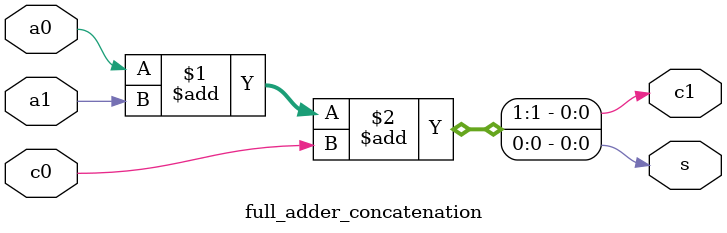
<source format=v>
/***********************************************
Module Name:   Full_Adder_Concatenation
Feature:       Full adder for 1 bit math add with concatenation operator
Coder:         Garfield
Organization:  XXXX Group, Department of Architecture
------------------------------------------------------
Input ports:   a0, a1, 1 bit, addends
               c0, 1 bit, carry bit from low bit
Output Ports:  s, 1 bit, sum
               c1, 1 bit, carry bit
------------------------------------------------------
History:
12-09-2015: First Version by Garfield
12-09-2015: Verified by Garfield with Full_Adder_Concatenation_test in ISE/Modelsim
***********************************************/

module full_adder_concatenation
  ( 
    input a0, a1,
    input c0,
    output s,
    output c1
  );

//Definition for Variables in the module

//Logical
assign {c1,s} = a0 + a1 + c0;
//Full adder with concatenation
//{c1, s} will be looked as 2 bits variable

endmodule
</source>
